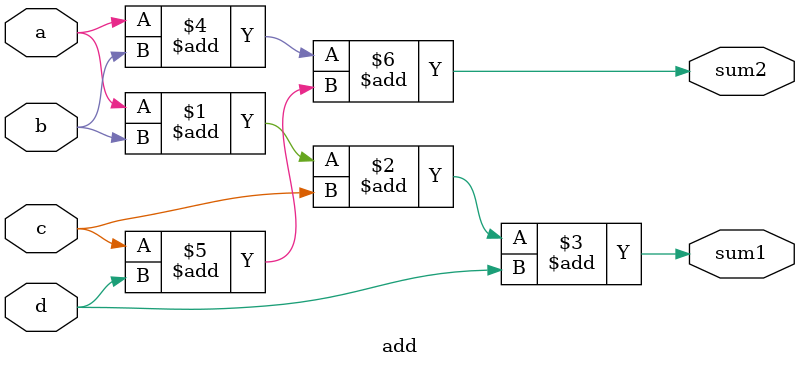
<source format=v>
module add (input a,b,c,d ,output sum1,sum2);

assign sum1 = a+b+c+d;
assign sum2 =(a+b) + (c+d);

endmodule

</source>
